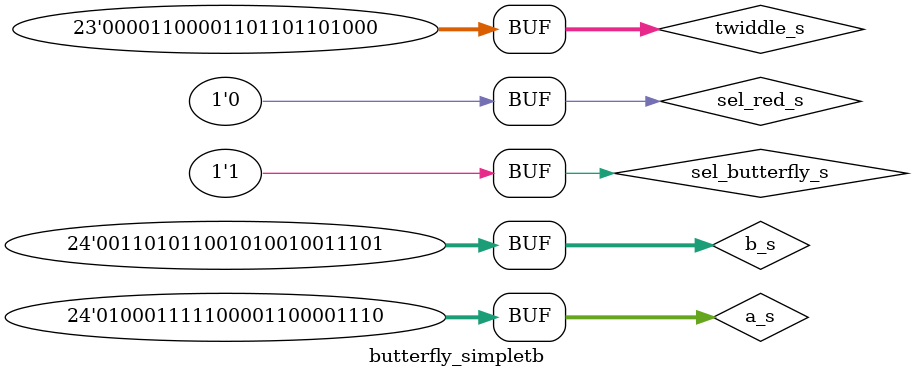
<source format=sv>


`timescale 1 ns/ 1 ps

module butterfly_simpletb ();
	logic [23:0] a_s, b_s;
	logic [22:0] twiddle_s;
	logic sel_red_s, sel_butterfly_s;
	logic [22:0] a_out_s, b_out_s;

	butterfly DUT (
		.a_i(a_s),
		.b_i(b_s),
		.twiddle_i(twiddle_s),
		.sel_red_i(sel_red_s),	
		.sel_butterfly_i(sel_butterfly_s),
		.a_o(a_out_s),
		.b_o(b_out_s)	
	);

//Stimuli generation
initial begin
	a_s = 3210;
	b_s = 19;
	twiddle_s = 281;
	sel_red_s = 1;//Kyber
	sel_butterfly_s = 0;

	#1; 
	a_s = 1891;
	b_s = 1200;
	sel_butterfly_s = 1;

	
	#1;
	a_s = 8297430;
	b_s = 7194;
	twiddle_s = 400232;
	sel_red_s = 0; //Dilithium
	sel_butterfly_s = 0;

	#1;
	a_s = 4702990;
	b_s = 3511453;
	sel_butterfly_s = 1;
end

endmodule : butterfly_simpletb

</source>
